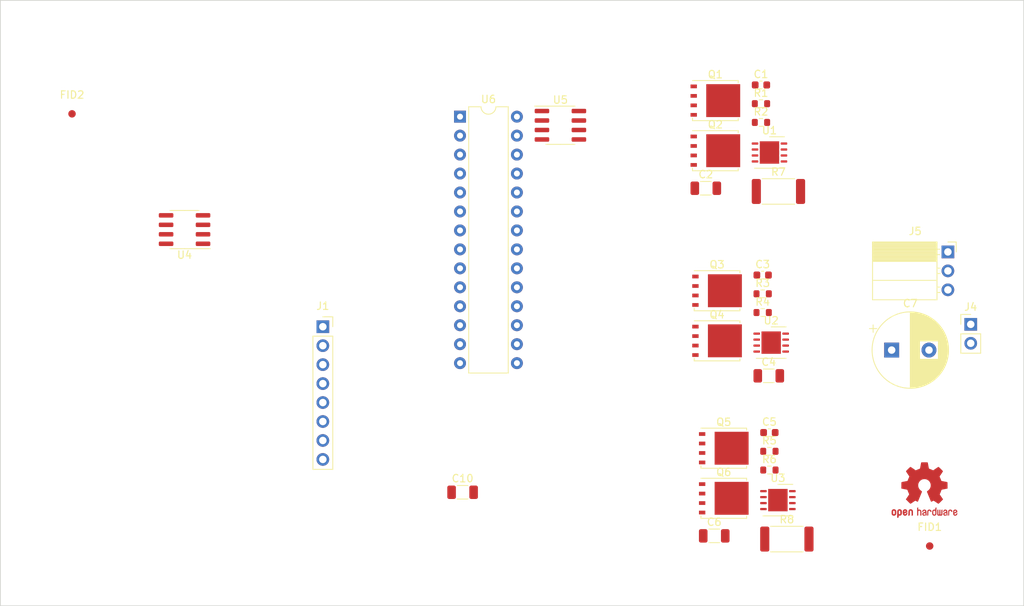
<source format=kicad_pcb>
(kicad_pcb (version 20221018) (generator pcbnew)
  (layers (0 "F.Cu" signal) (31 "B.Cu" signal) (34 "B.Paste" user) (35 "F.Paste" user) (36 "B.SilkS" user "B.Silkscreen") (37 "F.SilkS" user "F.Silkscreen") (38 "B.Mask" user) (39 "F.Mask" user) (44 "Edge.Cuts" user))
  (net 0 "")
  (net 1 "Net-(U1-HB)")
  (net 2 "Net-(Q2-D)")
  (net 3 "+10V")
  (net 4 "GND")
  (net 5 "Net-(U2-HB)")
  (net 6 "/phase_B")
  (net 7 "Net-(U3-HB)")
  (net 8 "Net-(Q6-D)")
  (net 9 "+BATT")
  (net 10 "+5V")
  (net 11 "/can_rx")
  (net 12 "/can_tx")
  (net 13 "/phase_A")
  (net 14 "/phase_C")
  (net 15 "/canh")
  (net 16 "/canl")
  (net 17 "Net-(Q1-G)")
  (net 18 "Net-(Q2-G)")
  (net 19 "Net-(Q3-G)")
  (net 20 "Net-(Q4-G)")
  (net 21 "Net-(Q5-G)")
  (net 22 "Net-(Q6-G)")
  (net 23 "Net-(U1-HO)")
  (net 24 "Net-(U1-LO)")
  (net 25 "Net-(U2-HO)")
  (net 26 "Net-(U2-LO)")
  (net 27 "Net-(U3-HO)")
  (net 28 "Net-(U3-LO)")
  (net 29 "/hi_A")
  (net 30 "/li_A")
  (net 31 "/hi_B")
  (net 32 "/li_B")
  (net 33 "/hi_C")
  (net 34 "/li_C")
  (net 37 "/uart_rx")
  (net 38 "/uart_tx")
  (net 39 "/tx")
  (net 40 "/rx")
  (footprint "Package_SON:WSON-8-1EP_4x4mm_P0.8mm_EP2.6x3mm" (layer "F.Cu") (at 188.065 83.15)
    (fp_text reference "U2" (at 0 -2.95) (layer "F.SilkS"))
    (fp_text value "LM5109BSD")
    (pad "1" smd roundrect (at -1.9375 -1.2) (size 0.875 0.3) (layers "F.Cu" "F.Paste" "F.Mask") (net 3 "+10V"))
    (pad "2" smd roundrect (at -1.9375 -0.4) (size 0.875 0.3) (layers "F.Cu" "F.Paste" "F.Mask") (net 31 "/hi_B"))
    (pad "3" smd roundrect (at -1.9375 0.4) (size 0.875 0.3) (layers "F.Cu" "F.Paste" "F.Mask") (net 32 "/li_B"))
    (pad "4" smd roundrect (at -1.9375 1.2) (size 0.875 0.3) (layers "F.Cu" "F.Paste" "F.Mask") (net 4 "GND"))
    (pad "5" smd roundrect (at 1.9375 1.2) (size 0.875 0.3) (layers "F.Cu" "F.Paste" "F.Mask") (net 26 "Net-(U2-LO)"))
    (pad "6" smd roundrect (at 1.9375 0.4) (size 0.875 0.3) (layers "F.Cu" "F.Paste" "F.Mask") (net 6 "/phase_B"))
    (pad "7" smd roundrect (at 1.9375 -0.4) (size 0.875 0.3) (layers "F.Cu" "F.Paste" "F.Mask") (net 25 "Net-(U2-HO)"))
    (pad "8" smd roundrect (at 1.9375 -1.2) (size 0.875 0.3) (layers "F.Cu" "F.Paste" "F.Mask") (net 5 "Net-(U2-HB)"))
    (pad "9" smd rect (at 0 0) (size 2.6 3) (layers "F.Cu" "F.Mask") (net 4 "GND"))
  )
  (footprint "Resistor_SMD:R_2512_6332Metric" (layer "F.Cu") (at 189.0375 62.9)
    (fp_text reference "R7" (at 0 -2.62) (layer "F.SilkS"))
    (fp_text value "0.001R")
    (pad "1" smd roundrect (at -2.9625 0) (size 1.225 3.35) (layers "F.Cu" "F.Paste" "F.Mask") (roundrect_rratio 0.204082) (net 2 "Net-(Q2-D)"))
    (pad "2" smd roundrect (at 2.9625 0) (size 1.225 3.35) (layers "F.Cu" "F.Paste" "F.Mask") (roundrect_rratio 0.204082) (net 13 "/phase_A"))
  )
  (footprint "Package_DIP:DIP-28_W7.62mm" (layer "F.Cu") (at 146.38 52.88)
    (fp_text reference "U6" (at 3.81 -2.33) (layer "F.SilkS"))
    (fp_text value "ATmega328P-P")
    (pad "1" thru_hole rect (at 0 0) (size 1.6 1.6) (drill 0.8) (layers "*.Cu" "*.Mask"))
    (pad "2" thru_hole oval (at 0 2.54) (size 1.6 1.6) (drill 0.8) (layers "*.Cu" "*.Mask") (net 11 "/can_rx"))
    (pad "3" thru_hole oval (at 0 5.08) (size 1.6 1.6) (drill 0.8) (layers "*.Cu" "*.Mask") (net 12 "/can_tx"))
    (pad "4" thru_hole oval (at 0 7.62) (size 1.6 1.6) (drill 0.8) (layers "*.Cu" "*.Mask") (net 37 "/uart_rx"))
    (pad "5" thru_hole oval (at 0 10.16) (size 1.6 1.6) (drill 0.8) (layers "*.Cu" "*.Mask") (net 38 "/uart_tx"))
    (pad "6" thru_hole oval (at 0 12.7) (size 1.6 1.6) (drill 0.8) (layers "*.Cu" "*.Mask"))
    (pad "7" thru_hole oval (at 0 15.24) (size 1.6 1.6) (drill 0.8) (layers "*.Cu" "*.Mask") (net 10 "+5V"))
    (pad "8" thru_hole oval (at 0 17.78) (size 1.6 1.6) (drill 0.8) (layers "*.Cu" "*.Mask") (net 4 "GND"))
    (pad "9" thru_hole oval (at 0 20.32) (size 1.6 1.6) (drill 0.8) (layers "*.Cu" "*.Mask"))
    (pad "10" thru_hole oval (at 0 22.86) (size 1.6 1.6) (drill 0.8) (layers "*.Cu" "*.Mask"))
    (pad "11" thru_hole oval (at 0 25.4) (size 1.6 1.6) (drill 0.8) (layers "*.Cu" "*.Mask"))
    (pad "12" thru_hole oval (at 0 27.94) (size 1.6 1.6) (drill 0.8) (layers "*.Cu" "*.Mask"))
    (pad "13" thru_hole oval (at 0 30.48) (size 1.6 1.6) (drill 0.8) (layers "*.Cu" "*.Mask"))
    (pad "14" thru_hole oval (at 0 33.02) (size 1.6 1.6) (drill 0.8) (layers "*.Cu" "*.Mask"))
    (pad "15" thru_hole oval (at 7.62 33.02) (size 1.6 1.6) (drill 0.8) (layers "*.Cu" "*.Mask"))
    (pad "16" thru_hole oval (at 7.62 30.48) (size 1.6 1.6) (drill 0.8) (layers "*.Cu" "*.Mask"))
    (pad "17" thru_hole oval (at 7.62 27.94) (size 1.6 1.6) (drill 0.8) (layers "*.Cu" "*.Mask"))
    (pad "18" thru_hole oval (at 7.62 25.4) (size 1.6 1.6) (drill 0.8) (layers "*.Cu" "*.Mask"))
    (pad "19" thru_hole oval (at 7.62 22.86) (size 1.6 1.6) (drill 0.8) (layers "*.Cu" "*.Mask"))
    (pad "20" thru_hole oval (at 7.62 20.32) (size 1.6 1.6) (drill 0.8) (layers "*.Cu" "*.Mask") (net 10 "+5V"))
    (pad "21" thru_hole oval (at 7.62 17.78) (size 1.6 1.6) (drill 0.8) (layers "*.Cu" "*.Mask"))
    (pad "22" thru_hole oval (at 7.62 15.24) (size 1.6 1.6) (drill 0.8) (layers "*.Cu" "*.Mask") (net 4 "GND"))
    (pad "23" thru_hole oval (at 7.62 12.7) (size 1.6 1.6) (drill 0.8) (layers "*.Cu" "*.Mask") (net 29 "/hi_A"))
    (pad "24" thru_hole oval (at 7.62 10.16) (size 1.6 1.6) (drill 0.8) (layers "*.Cu" "*.Mask") (net 30 "/li_A"))
    (pad "25" thru_hole oval (at 7.62 7.62) (size 1.6 1.6) (drill 0.8) (layers "*.Cu" "*.Mask") (net 31 "/hi_B"))
    (pad "26" thru_hole oval (at 7.62 5.08) (size 1.6 1.6) (drill 0.8) (layers "*.Cu" "*.Mask") (net 32 "/li_B"))
    (pad "27" thru_hole oval (at 7.62 2.54) (size 1.6 1.6) (drill 0.8) (layers "*.Cu" "*.Mask") (net 33 "/hi_C"))
    (pad "28" thru_hole oval (at 7.62 0) (size 1.6 1.6) (drill 0.8) (layers "*.Cu" "*.Mask") (net 34 "/li_C"))
  )
  (footprint "Symbol:OSHW-Logo2_9.8x8mm_Copper" (layer "F.Cu") (at 208.6 102.9)
    (fp_text reference "LOGO1" hide)
    (fp_text value "var1" hide)
    (fp_poly (pts (xy 3.570807 2.636782) (xy 3.594161 2.646988) (xy 3.649902 2.691134) (xy 3.697569 2.754967) (xy 3.727048 2.823087) (xy 3.731846 2.85667) (xy 3.71576 2.903556) (xy 3.680475 2.928365) (xy 3.642644 2.943387) (xy 3.625321 2.946155) (xy 3.616886 2.926066) (xy 3.60023 2.882351) (xy 3.592923 2.862598) (xy 3.551948 2.794271) (xy 3.492622 2.760191) (xy 3.416552 2.761239) (xy 3.410918 2.762581) (xy 3.370305 2.781836) (xy 3.340448 2.819375) (xy 3.320055 2.879809) (xy 3.307836 2.967751) (xy 3.3025 3.087813) (xy 3.302 3.151698) (xy 3.301752 3.252403) (xy 3.300126 3.321054) (xy 3.295801 3.364673) (xy 3.287454 3.390282) (xy 3.273765 3.404903) (xy 3.253411 3.415558) (xy 3.252234 3.416095) (xy 3.213038 3.432667) (xy 3.193619 3.438769) (xy 3.190635 3.420319) (xy 3.188081 3.369323) (xy 3.18614 3.292308) (xy 3.184997 3.195805) (xy 3.184769 3.125184) (xy 3.185932 2.988525) (xy 3.190479 2.884851) (xy 3.199999 2.808108) (xy 3.216081 2.752246) (xy 3.240313 2.711212) (xy 3.274286 2.678954) (xy 3.307833 2.65644) (xy 3.388499 2.626476) (xy 3.482381 2.619718) (xy 3.570807 2.636782)) (stroke (width 0.01)) (fill solid) (layer "F.Cu"))
    (fp_poly (pts (xy -1.728336 2.595089) (xy -1.665633 2.631358) (xy -1.622039 2.667358) (xy -1.590155 2.705075) (xy -1.56819 2.751199) (xy -1.554351 2.812421) (xy -1.546847 2.895431) (xy -1.543883 3.006919) (xy -1.543539 3.087062) (xy -1.543539 3.382065) (xy -1.709615 3.456515) (xy -1.719385 3.133402) (xy -1.723421 3.012729) (xy -1.727656 2.925141) (xy -1.732903 2.86465) (xy -1.739975 2.825268) (xy -1.749689 2.801007) (xy -1.762856 2.78588) (xy -1.767081 2.782606) (xy -1.831091 2.757034) (xy -1.895792 2.767153) (xy -1.934308 2.794) (xy -1.949975 2.813024) (xy -1.96082 2.837988) (xy -1.967712 2.875834) (xy -1.971521 2.933502) (xy -1.973117 3.017935) (xy -1.973385 3.105928) (xy -1.973437 3.216323) (xy -1.975328 3.294463) (xy -1.981655 3.347165) (xy -1.995017 3.381242) (xy -2.018015 3.403511) (xy -2.053246 3.420787) (xy -2.100303 3.438738) (xy -2.151697 3.458278) (xy -2.145579 3.111485) (xy -2.143116 2.986468) (xy -2.140233 2.894082) (xy -2.136102 2.827881) (xy -2.129893 2.78142) (xy -2.120774 2.748256) (xy -2.107917 2.721944) (xy -2.092416 2.698729) (xy -2.017629 2.624569) (xy -1.926372 2.581684) (xy -1.827117 2.571412) (xy -1.728336 2.595089)) (stroke (width 0.01)) (fill solid) (layer "F.Cu"))
    (fp_poly (pts (xy 0.713362 2.62467) (xy 0.802117 2.657421) (xy 0.874022 2.71535) (xy 0.902144 2.756128) (xy 0.932802 2.830954) (xy 0.932165 2.885058) (xy 0.899987 2.921446) (xy 0.888081 2.927633) (xy 0.836675 2.946925) (xy 0.810422 2.941982) (xy 0.80153 2.909587) (xy 0.801077 2.891692) (xy 0.784797 2.825859) (xy 0.742365 2.779807) (xy 0.683388 2.757564) (xy 0.617475 2.763161) (xy 0.563895 2.792229) (xy 0.545798 2.80881) (xy 0.532971 2.828925) (xy 0.524306 2.859332) (xy 0.518696 2.906788) (xy 0.515035 2.97805) (xy 0.512215 3.079875) (xy 0.511484 3.112115) (xy 0.50882 3.22241) (xy 0.505792 3.300036) (xy 0.50125 3.351396) (xy 0.494046 3.38289) (xy 0.483033 3.40092) (xy 0.46706 3.411888) (xy 0.456834 3.416733) (xy 0.413406 3.433301) (xy 0.387842 3.438769) (xy 0.379395 3.420507) (xy 0.374239 3.365296) (xy 0.372346 3.272499) (xy 0.373689 3.141478) (xy 0.374107 3.121269) (xy 0.377058 3.001733) (xy 0.380548 2.914449) (xy 0.385514 2.852591) (xy 0.392893 2.809336) (xy 0.403624 2.77786) (xy 0.418645 2.751339) (xy 0.426502 2.739975) (xy 0.471553 2.689692) (xy 0.52194 2.650581) (xy 0.528108 2.647167) (xy 0.618458 2.620212) (xy 0.713362 2.62467)) (stroke (width 0.01)) (fill solid) (layer "F.Cu"))
    (fp_poly (pts (xy -0.840154 2.49212) (xy -0.834428 2.57198) (xy -0.827851 2.619039) (xy -0.818738 2.639566) (xy -0.805402 2.639829) (xy -0.801077 2.637378) (xy -0.743556 2.619636) (xy -0.668732 2.620672) (xy -0.592661 2.63891) (xy -0.545082 2.662505) (xy -0.496298 2.700198) (xy -0.460636 2.742855) (xy -0.436155 2.797057) (xy -0.420913 2.869384) (xy -0.41297 2.966419) (xy -0.410384 3.094742) (xy -0.410338 3.119358) (xy -0.410308 3.39587) (xy -0.471839 3.41732) (xy -0.515541 3.431912) (xy -0.539518 3.438706) (xy -0.540223 3.438769) (xy -0.542585 3.420345) (xy -0.544594 3.369526) (xy -0.546099 3.292993) (xy -0.546947 3.19743) (xy -0.547077 3.139329) (xy -0.547349 3.024771) (xy -0.548748 2.942667) (xy -0.552151 2.886393) (xy -0.558433 2.849326) (xy -0.568471 2.824844) (xy -0.583139 2.806325) (xy -0.592298 2.797406) (xy -0.655211 2.761466) (xy -0.723864 2.758775) (xy -0.786152 2.78917) (xy -0.797671 2.800144) (xy -0.814567 2.820779) (xy -0.826286 2.845256) (xy -0.833767 2.880647) (xy -0.837946 2.934026) (xy -0.839763 3.012466) (xy -0.840154 3.120617) (xy -0.840154 3.39587) (xy -0.901685 3.41732) (xy -0.945387 3.431912) (xy -0.969364 3.438706) (xy -0.97007 3.438769) (xy -0.971874 3.420069) (xy -0.9735 3.367322) (xy -0.974883 3.285557) (xy -0.975958 3.179805) (xy -0.97666 3.055094) (xy -0.976923 2.916455) (xy -0.976923 2.381806) (xy -0.849923 2.328236) (xy -0.840154 2.49212)) (stroke (width 0.01)) (fill solid) (layer "F.Cu"))
    (fp_poly (pts (xy 2.395929 2.636662) (xy 2.398911 2.688068) (xy 2.401247 2.766192) (xy 2.402749 2.864857) (xy 2.403231 2.968343) (xy 2.403231 3.318533) (xy 2.341401 3.380363) (xy 2.298793 3.418462) (xy 2.26139 3.433895) (xy 2.21027 3.432918) (xy 2.189978 3.430433) (xy 2.126554 3.4232) (xy 2.074095 3.419055) (xy 2.061308 3.418672) (xy 2.018199 3.421176) (xy 1.956544 3.427462) (xy 1.932638 3.430433) (xy 1.873922 3.435028) (xy 1.834464 3.425046) (xy 1.795338 3.394228) (xy 1.781215 3.380363) (xy 1.719385 3.318533) (xy 1.719385 2.663503) (xy 1.76915 2.640829) (xy 1.812002 2.624034) (xy 1.837073 2.618154) (xy 1.843501 2.636736) (xy 1.849509 2.688655) (xy 1.854697 2.768172) (xy 1.858664 2.869546) (xy 1.860577 2.955192) (xy 1.865923 3.292231) (xy 1.91256 3.298825) (xy 1.954976 3.294214) (xy 1.97576 3.279287) (xy 1.98157 3.251377) (xy 1.98653 3.191925) (xy 1.990246 3.108466) (xy 1.992324 3.008532) (xy 1.992624 2.957104) (xy 1.992923 2.661054) (xy 2.054454 2.639604) (xy 2.098004 2.62502) (xy 2.121694 2.618219) (xy 2.122377 2.618154) (xy 2.124754 2.636642) (xy 2.127366 2.687906) (xy 2.129995 2.765649) (xy 2.132421 2.863574) (xy 2.134115 2.955192) (xy 2.139461 3.292231) (xy 2.256692 3.292231) (xy 2.262072 2.984746) (xy 2.267451 2.677261) (xy 2.324601 2.647707) (xy 2.366797 2.627413) (xy 2.39177 2.618204) (xy 2.392491 2.618154) (xy 2.395929 2.636662)) (stroke (width 0.01)) (fill solid) (layer "F.Cu"))
    (fp_poly (pts (xy -3.983114 2.587256) (xy -3.891536 2.635409) (xy -3.823951 2.712905) (xy -3.799943 2.762727) (xy -3.781262 2.837533) (xy -3.771699 2.932052) (xy -3.770792 3.03521) (xy -3.778079 3.135935) (xy -3.793097 3.223153) (xy -3.815385 3.285791) (xy -3.822235 3.296579) (xy -3.903368 3.377105) (xy -3.999734 3.425336) (xy -4.104299 3.43945) (xy -4.210032 3.417629) (xy -4.239457 3.404547) (xy -4.296759 3.364231) (xy -4.34705 3.310775) (xy -4.351803 3.303995) (xy -4.371122 3.271321) (xy -4.383892 3.236394) (xy -4.391436 3.190414) (xy -4.395076 3.124584) (xy -4.396135 3.030105) (xy -4.396154 3.008923) (xy -4.396106 3.002182) (xy -4.200769 3.002182) (xy -4.199632 3.091349) (xy -4.195159 3.15052) (xy -4.185754 3.188741) (xy -4.169824 3.215053) (xy -4.161692 3.223846) (xy -4.114942 3.257261) (xy -4.069553 3.255737) (xy -4.02366 3.226752) (xy -3.996288 3.195809) (xy -3.980077 3.150643) (xy -3.970974 3.07942) (xy -3.970349 3.071114) (xy -3.968796 2.942037) (xy -3.985035 2.846172) (xy -4.018848 2.784107) (xy -4.070016 2.756432) (xy -4.08828 2.754923) (xy -4.13624 2.762513) (xy -4.169047 2.788808) (xy -4.189105 2.839095) (xy -4.198822 2.918664) (xy -4.200769 3.002182) (xy -4.396106 3.002182) (xy -4.395426 2.908249) (xy -4.392371 2.837906) (xy -4.385678 2.789163) (xy -4.37404 2.753288) (xy -4.356147 2.721548) (xy -4.352192 2.715648) (xy -4.285733 2.636104) (xy -4.213315 2.589929) (xy -4.125151 2.571599) (xy -4.095213 2.570703) (xy -3.983114 2.587256)) (stroke (width 0.01)) (fill solid) (layer "F.Cu"))
    (fp_poly (pts (xy 4.245224 2.647838) (xy 4.322528 2.698361) (xy 4.359814 2.74359) (xy 4.389353 2.825663) (xy 4.391699 2.890607) (xy 4.386385 2.977445) (xy 4.186115 3.065103) (xy 4.088739 3.109887) (xy 4.025113 3.145913) (xy 3.992029 3.177117) (xy 3.98628 3.207436) (xy 4.004658 3.240805) (xy 4.024923 3.262923) (xy 4.083889 3.298393) (xy 4.148024 3.300879) (xy 4.206926 3.273235) (xy 4.250197 3.21832) (xy 4.257936 3.198928) (xy 4.295006 3.138364) (xy 4.337654 3.112552) (xy 4.396154 3.090471) (xy 4.396154 3.174184) (xy 4.390982 3.23115) (xy 4.370723 3.279189) (xy 4.328262 3.334346) (xy 4.321951 3.341514) (xy 4.27472 3.390585) (xy 4.234121 3.41692) (xy 4.183328 3.429035) (xy 4.14122 3.433003) (xy 4.065902 3.433991) (xy 4.012286 3.421466) (xy 3.978838 3.402869) (xy 3.926268 3.361975) (xy 3.889879 3.317748) (xy 3.86685 3.262126) (xy 3.854359 3.187047) (xy 3.849587 3.084449) (xy 3.849206 3.032376) (xy 3.850501 2.969948) (xy 3.968471 2.969948) (xy 3.969839 3.003438) (xy 3.973249 3.008923) (xy 3.995753 3.001472) (xy 4.044182 2.981753) (xy 4.108908 2.953718) (xy 4.122443 2.947692) (xy 4.204244 2.906096) (xy 4.249312 2.869538) (xy 4.259217 2.835296) (xy 4.235526 2.800648) (xy 4.21596 2.785339) (xy 4.14536 2.754721) (xy 4.07928 2.75978) (xy 4.023959 2.797151) (xy 3.985636 2.863473) (xy 3.973349 2.916116) (xy 3.968471 2.969948) (xy 3.850501 2.969948) (xy 3.85173 2.91072) (xy 3.861032 2.82071) (xy 3.87946 2.755167) (xy 3.90936 2.706912) (xy 3.95308 2.668767) (xy 3.972141 2.65644) (xy 4.058726 2.624336) (xy 4.153522 2.622316) (xy 4.245224 2.647838)) (stroke (width 0.01)) (fill solid) (layer "F.Cu"))
    (fp_poly (pts (xy 1.602081 2.780289) (xy 1.601833 2.92632) (xy 1.600872 3.038655) (xy 1.598794 3.122678) (xy 1.595193 3.183769) (xy 1.589665 3.227309) (xy 1.581804 3.258679) (xy 1.571207 3.283262) (xy 1.563182 3.297294) (xy 1.496728 3.373388) (xy 1.41247 3.421084) (xy 1.319249 3.438199) (xy 1.2259 3.422546) (xy 1.170312 3.394418) (xy 1.111957 3.34576) (xy 1.072186 3.286333) (xy 1.04819 3.208507) (xy 1.037161 3.104652) (xy 1.035599 3.028462) (xy 1.035809 3.022986) (xy 1.172308 3.022986) (xy 1.173141 3.110355) (xy 1.176961 3.168192) (xy 1.185746 3.206029) (xy 1.201474 3.233398) (xy 1.220266 3.254042) (xy 1.283375 3.29389) (xy 1.351137 3.297295) (xy 1.415179 3.264025) (xy 1.420164 3.259517) (xy 1.441439 3.236067) (xy 1.454779 3.208166) (xy 1.462001 3.166641) (xy 1.464923 3.102316) (xy 1.465385 3.0312) (xy 1.464383 2.941858) (xy 1.460238 2.882258) (xy 1.451236 2.843089) (xy 1.435667 2.81504) (xy 1.422902 2.800144) (xy 1.3636 2.762575) (xy 1.295301 2.758057) (xy 1.23011 2.786753) (xy 1.217528 2.797406) (xy 1.196111 2.821063) (xy 1.182744 2.849251) (xy 1.175566 2.891245) (xy 1.172719 2.956319) (xy 1.172308 3.022986) (xy 1.035809 3.022986) (xy 1.040322 2.905765) (xy 1.056362 2.813577) (xy 1.086528 2.744269) (xy 1.133629 2.690211) (xy 1.170312 2.662505) (xy 1.23699 2.632572) (xy 1.314272 2.618678) (xy 1.38611 2.622397) (xy 1.426308 2.6374) (xy 1.442082 2.64167) (xy 1.45255 2.62575) (xy 1.459856 2.583089) (xy 1.465385 2.518106) (xy 1.471437 2.445732) (xy 1.479844 2.402187) (xy 1.495141 2.377287) (xy 1.521864 2.360845) (xy 1.538654 2.353564) (xy 1.602154 2.326963) (xy 1.602081 2.780289)) (stroke (width 0.01)) (fill solid) (layer "F.Cu"))
    (fp_poly (pts (xy -2.465746 2.599745) (xy -2.388714 2.651567) (xy -2.329184 2.726412) (xy -2.293622 2.821654) (xy -2.286429 2.891756) (xy -2.287246 2.921009) (xy -2.294086 2.943407) (xy -2.312888 2.963474) (xy -2.349592 2.985733) (xy -2.410138 3.014709) (xy -2.500466 3.054927) (xy -2.500923 3.055129) (xy -2.584067 3.09321) (xy -2.652247 3.127025) (xy -2.698495 3.152933) (xy -2.715842 3.167295) (xy -2.715846 3.167411) (xy -2.700557 3.198685) (xy -2.664804 3.233157) (xy -2.623758 3.25799) (xy -2.602963 3.262923) (xy -2.54623 3.245862) (xy -2.497373 3.203133) (xy -2.473535 3.156155) (xy -2.450603 3.121522) (xy -2.405682 3.082081) (xy -2.352877 3.048009) (xy -2.30629 3.02948) (xy -2.296548 3.028462) (xy -2.285582 3.045215) (xy -2.284921 3.088039) (xy -2.29298 3.145781) (xy -2.308173 3.207289) (xy -2.328914 3.261409) (xy -2.329962 3.26351) (xy -2.392379 3.35066) (xy -2.473274 3.409939) (xy -2.565144 3.439034) (xy -2.660487 3.435634) (xy -2.751802 3.397428) (xy -2.755862 3.394741) (xy -2.827694 3.329642) (xy -2.874927 3.244705) (xy -2.901066 3.133021) (xy -2.904574 3.101643) (xy -2.910787 2.953536) (xy -2.903339 2.884468) (xy -2.715846 2.884468) (xy -2.71341 2.927552) (xy -2.700086 2.940126) (xy -2.666868 2.930719) (xy -2.614506 2.908483) (xy -2.555976 2.88061) (xy -2.554521 2.879872) (xy -2.504911 2.853777) (xy -2.485 2.836363) (xy -2.48991 2.818107) (xy -2.510584 2.79412) (xy -2.563181 2.759406) (xy -2.619823 2.756856) (xy -2.670631 2.782119) (xy -2.705724 2.830847) (xy -2.715846 2.884468) (xy -2.903339 2.884468) (xy -2.898008 2.835036) (xy -2.865222 2.741055) (xy -2.819579 2.675215) (xy -2.737198 2.608681) (xy -2.646454 2.575676) (xy -2.553815 2.573573) (xy -2.465746 2.599745)) (stroke (width 0.01)) (fill solid) (layer "F.Cu"))
    (fp_poly (pts (xy 0.053501 2.626303) (xy 0.13006 2.654733) (xy 0.130936 2.655279) (xy 0.178285 2.690127) (xy 0.213241 2.730852) (xy 0.237825 2.783925) (xy 0.254062 2.855814) (xy 0.263975 2.952992) (xy 0.269586 3.081928) (xy 0.270077 3.100298) (xy 0.277141 3.377287) (xy 0.217695 3.408028) (xy 0.174681 3.428802) (xy 0.14871 3.438646) (xy 0.147509 3.438769) (xy 0.143014 3.420606) (xy 0.139444 3.371612) (xy 0.137248 3.300031) (xy 0.136769 3.242068) (xy 0.136758 3.14817) (xy 0.132466 3.089203) (xy 0.117503 3.061079) (xy 0.085482 3.059706) (xy 0.030014 3.080998) (xy -0.053731 3.120136) (xy -0.115311 3.152643) (xy -0.146983 3.180845) (xy -0.156294 3.211582) (xy -0.156308 3.213104) (xy -0.140943 3.266054) (xy -0.095453 3.29466) (xy -0.025834 3.298803) (xy 0.024313 3.298084) (xy 0.050754 3.312527) (xy 0.067243 3.347218) (xy 0.076733 3.391416) (xy 0.063057 3.416493) (xy 0.057907 3.420082) (xy 0.009425 3.434496) (xy -0.058469 3.436537) (xy -0.128388 3.426983) (xy -0.177932 3.409522) (xy -0.24643 3.351364) (xy -0.285366 3.270408) (xy -0.293077 3.20716) (xy -0.287193 3.150111) (xy -0.265899 3.103542) (xy -0.223735 3.062181) (xy -0.155241 3.020755) (xy -0.054956 2.973993) (xy -0.048846 2.97135) (xy 0.04149 2.929617) (xy 0.097235 2.895391) (xy 0.121129 2.864635) (xy 0.115913 2.833311) (xy 0.084328 2.797383) (xy 0.074883 2.789116) (xy 0.011617 2.757058) (xy -0.053936 2.758407) (xy -0.111028 2.789838) (xy -0.148907 2.848024) (xy -0.152426 2.859446) (xy -0.1867 2.914837) (xy -0.230191 2.941518) (xy -0.293077 2.96796) (xy -0.293077 2.899548) (xy -0.273948 2.80011) (xy -0.217169 2.708902) (xy -0.187622 2.678389) (xy -0.120458 2.639228) (xy -0.035044 2.6215) (xy 0.053501 2.626303)) (stroke (width 0.01)) (fill solid) (layer "F.Cu"))
    (fp_poly (pts (xy -3.231114 2.584505) (xy -3.156461 2.621727) (xy -3.090569 2.690261) (xy -3.072423 2.715648) (xy -3.052655 2.748866) (xy -3.039828 2.784945) (xy -3.03249 2.833098) (xy -3.029187 2.902536) (xy -3.028462 2.994206) (xy -3.031737 3.11983) (xy -3.043123 3.214154) (xy -3.064959 3.284523) (xy -3.099581 3.338286) (xy -3.14933 3.382788) (xy -3.152986 3.385423) (xy -3.202015 3.412377) (xy -3.261055 3.425712) (xy -3.336141 3.429) (xy -3.458205 3.429) (xy -3.458256 3.547497) (xy -3.459392 3.613492) (xy -3.466314 3.652202) (xy -3.484402 3.675419) (xy -3.519038 3.694933) (xy -3.527355 3.69892) (xy -3.56628 3.717603) (xy -3.596417 3.729403) (xy -3.618826 3.730422) (xy -3.634567 3.716761) (xy -3.644698 3.684522) (xy -3.650277 3.629804) (xy -3.652365 3.548711) (xy -3.652019 3.437344) (xy -3.6503 3.291802) (xy -3.649763 3.248269) (xy -3.647828 3.098205) (xy -3.646096 3.000042) (xy -3.458308 3.000042) (xy -3.457252 3.083364) (xy -3.452562 3.13788) (xy -3.441949 3.173837) (xy -3.423128 3.201482) (xy -3.41035 3.214965) (xy -3.35811 3.254417) (xy -3.311858 3.257628) (xy -3.264133 3.225049) (xy -3.262923 3.223846) (xy -3.243506 3.198668) (xy -3.231693 3.164447) (xy -3.225735 3.111748) (xy -3.22388 3.031131) (xy -3.223846 3.013271) (xy -3.22833 2.902175) (xy -3.242926 2.825161) (xy -3.26935 2.778147) (xy -3.309317 2.75705) (xy -3.332416 2.754923) (xy -3.387238 2.7649) (xy -3.424842 2.797752) (xy -3.447477 2.857857) (xy -3.457394 2.949598) (xy -3.458308 3.000042) (xy -3.646096 3.000042) (xy -3.645778 2.98206) (xy -3.643127 2.894679) (xy -3.639394 2.830905) (xy -3.634093 2.785582) (xy -3.626742 2.753555) (xy -3.616857 2.729668) (xy -3.603954 2.708764) (xy -3.598421 2.700898) (xy -3.525031 2.626595) (xy -3.43224 2.584467) (xy -3.324904 2.572722) (xy -3.231114 2.584505)) (stroke (width 0.01)) (fill solid) (layer "F.Cu"))
    (fp_poly (pts (xy 2.887333 2.633528) (xy 2.94359 2.659117) (xy 2.987747 2.690124) (xy 3.020101 2.724795) (xy 3.042438 2.76952) (xy 3.056546 2.830692) (xy 3.064211 2.914701) (xy 3.06722 3.02794) (xy 3.067538 3.102509) (xy 3.067538 3.39342) (xy 3.017773 3.416095) (xy 2.978576 3.432667) (xy 2.959157 3.438769) (xy 2.955442 3.42061) (xy 2.952495 3.371648) (xy 2.950691 3.300153) (xy 2.950308 3.243385) (xy 2.948661 3.161371) (xy 2.944222 3.096309) (xy 2.93774 3.056467) (xy 2.93259 3.048) (xy 2.897977 3.056646) (xy 2.84364 3.078823) (xy 2.780722 3.108886) (xy 2.720368 3.141192) (xy 2.673721 3.170098) (xy 2.651926 3.189961) (xy 2.651839 3.190175) (xy 2.653714 3.226935) (xy 2.670525 3.262026) (xy 2.700039 3.290528) (xy 2.743116 3.300061) (xy 2.779932 3.29895) (xy 2.832074 3.298133) (xy 2.859444 3.310349) (xy 2.875882 3.342624) (xy 2.877955 3.34871) (xy 2.885081 3.394739) (xy 2.866024 3.422687) (xy 2.816353 3.436007) (xy 2.762697 3.43847) (xy 2.666142 3.42021) (xy 2.616159 3.394131) (xy 2.554429 3.332868) (xy 2.52169 3.25767) (xy 2.518753 3.178211) (xy 2.546424 3.104167) (xy 2.588047 3.057769) (xy 2.629604 3.031793) (xy 2.694922 2.998907) (xy 2.771038 2.965557) (xy 2.783726 2.960461) (xy 2.867333 2.923565) (xy 2.91553 2.891046) (xy 2.93103 2.858718) (xy 2.91655 2.822394) (xy 2.891692 2.794) (xy 2.832939 2.759039) (xy 2.768293 2.756417) (xy 2.709008 2.783358) (xy 2.666339 2.837088) (xy 2.660739 2.85095) (xy 2.628133 2.901936) (xy 2.58053 2.939787) (xy 2.520461 2.97085) (xy 2.520461 2.882768) (xy 2.523997 2.828951) (xy 2.539156 2.786534) (xy 2.572768 2.741279) (xy 2.605035 2.70642) (xy 2.655209 2.657062) (xy 2.694193 2.630547) (xy 2.736064 2.619911) (xy 2.78346 2.618154) (xy 2.887333 2.633528)) (stroke (width 0.01)) (fill solid) (layer "F.Cu"))
    (fp_poly (pts (xy 0.139878 -3.712224) (xy 0.245612 -3.711645) (xy 0.322132 -3.710078) (xy 0.374372 -3.707028) (xy 0.407263 -3.702004) (xy 0.425737 -3.694511) (xy 0.434727 -3.684056) (xy 0.439163 -3.670147) (xy 0.439594 -3.668346) (xy 0.446333 -3.635855) (xy 0.458808 -3.571748) (xy 0.475719 -3.482849) (xy 0.495771 -3.375981) (xy 0.517664 -3.257967) (xy 0.518429 -3.253822) (xy 0.540359 -3.138169) (xy 0.560877 -3.035986) (xy 0.578659 -2.953402) (xy 0.592381 -2.896544) (xy 0.600718 -2.871542) (xy 0.601116 -2.871099) (xy 0.625677 -2.85889) (xy 0.676315 -2.838544) (xy 0.742095 -2.814455) (xy 0.742461 -2.814326) (xy 0.825317 -2.783182) (xy 0.923 -2.743509) (xy 1.015077 -2.703619) (xy 1.019434 -2.701647) (xy 1.169407 -2.63358) (xy 1.501498 -2.860361) (xy 1.603374 -2.929496) (xy 1.695657 -2.991303) (xy 1.773003 -3.042267) (xy 1.830064 -3.078873) (xy 1.861495 -3.097606) (xy 1.864479 -3.098996) (xy 1.887321 -3.09281) (xy 1.929982 -3.062965) (xy 1.994128 -3.008053) (xy 2.081421 -2.926666) (xy 2.170535 -2.840078) (xy 2.256441 -2.754753) (xy 2.333327 -2.676892) (xy 2.396564 -2.611303) (xy 2.441523 -2.562795) (xy 2.463576 -2.536175) (xy 2.464396 -2.534805) (xy 2.466834 -2.516537) (xy 2.45765 -2.486705) (xy 2.434574 -2.441279) (xy 2.395337 -2.37623) (xy 2.33767 -2.28753) (xy 2.260795 -2.173343) (xy 2.19257 -2.072838) (xy 2.131582 -1.982697) (xy 2.081356 -1.908151) (xy 2.045416 -1.854435) (xy 2.027287 -1.826782) (xy 2.026146 -1.824905) (xy 2.028359 -1.79841) (xy 2.045138 -1.746914) (xy 2.073142 -1.680149) (xy 2.083122 -1.658828) (xy 2.126672 -1.563841) (xy 2.173134 -1.456063) (xy 2.210877 -1.362808) (xy 2.238073 -1.293594) (xy 2.259675 -1.240994) (xy 2.272158 -1.213503) (xy 2.273709 -1.211384) (xy 2.296668 -1.207876) (xy 2.350786 -1.198262) (xy 2.428868 -1.183911) (xy 2.523719 -1.166193) (xy 2.628143 -1.146475) (xy 2.734944 -1.126126) (xy 2.836926 -1.106514) (xy 2.926894 -1.089009) (xy 2.997653 -1.074978) (xy 3.042006 -1.065791) (xy 3.052885 -1.063193) (xy 3.064122 -1.056782) (xy 3.072605 -1.042303) (xy 3.078714 -1.014867) (xy 3.082832 -0.969589) (xy 3.085341 -0.90158) (xy 3.086621 -0.805953) (xy 3.087054 -0.67782) (xy 3.087077 -0.625299) (xy 3.087077 -0.198155) (xy 2.9845 -0.177909) (xy 2.927431 -0.16693) (xy 2.842269 -0.150905) (xy 2.739372 -0.131767) (xy 2.629096 -0.111449) (xy 2.598615 -0.105868) (xy 2.496855 -0.086083) (xy 2.408205 -0.066627) (xy 2.340108 -0.049303) (xy 2.300004 -0.035912) (xy 2.293323 -0.031921) (xy 2.276919 -0.003658) (xy 2.253399 0.051109) (xy 2.227316 0.121588) (xy 2.222142 0.136769) (xy 2.187956 0.230896) (xy 2.145523 0.337101) (xy 2.103997 0.432473) (xy 2.103792 0.432916) (xy 2.03464 0.582525) (xy 2.489512 1.251617) (xy 2.1975 1.544116) (xy 2.10918 1.63117) (xy 2.028625 1.707909) (xy 1.96036 1.770237) (xy 1.908908 1.814056) (xy 1.878794 1.83527) (xy 1.874474 1.836616) (xy 1.849111 1.826016) (xy 1.797358 1.796547) (xy 1.724868 1.751705) (xy 1.637294 1.694984) (xy 1.542612 1.631462) (xy 1.446516 1.566668) (xy 1.360837 1.510287) (xy 1.291016 1.465788) (xy 1.242494 1.436639) (xy 1.220782 1.426308) (xy 1.194293 1.43505) (xy 1.144062 1.458087) (xy 1.080451 1.490631) (xy 1.073708 1.494249) (xy 0.988046 1.53721) (xy 0.929306 1.558279) (xy 0.892772 1.558503) (xy 0.873731 1.538928) (xy 0.87362 1.538654) (xy 0.864102 1.515472) (xy 0.841403 1.460441) (xy 0.807282 1.377822) (xy 0.7635 1.271872) (xy 0.711816 1.146852) (xy 0.653992 1.00702) (xy 0.597991 0.871637) (xy 0.536447 0.722234) (xy 0.479939 0.583832) (xy 0.430161 0.460673) (xy 0.388806 0.357002) (xy 0.357568 0.277059) (xy 0.338141 0.225088) (xy 0.332154 0.205692) (xy 0.347168 0.183443) (xy 0.386439 0.147982) (xy 0.438807 0.108887) (xy 0.587941 -0.014755) (xy 0.704511 -0.156478) (xy 0.787118 -0.313296) (xy 0.834366 -0.482225) (xy 0.844857 -0.660278) (xy 0.837231 -0.742461) (xy 0.795682 -0.912969) (xy 0.724123 -1.063541) (xy 0.626995 -1.192691) (xy 0.508734 -1.298936) (xy 0.37378 -1.38079) (xy 0.226571 -1.436768) (xy 0.071544 -1.465385) (xy -0.086861 -1.465156) (xy -0.244206 -1.434595) (xy -0.396054 -1.372218) (xy -0.537965 -1.27654) (xy -0.597197 -1.222428) (xy -0.710797 -1.08348) (xy -0.789894 -0.931639) (xy -0.835014 -0.771333) (xy -0.846684 -0.606988) (xy -0.825431 -0.443029) (xy -0.77178 -0.283882) (xy -0.68626 -0.133975) (xy -0.569395 0.002267) (xy -0.438807 0.108887) (xy -0.384412 0.149642) (xy -0.345986 0.184718) (xy -0.332154 0.205726) (xy -0.339397 0.228635) (xy -0.359995 0.283365) (xy -0.392254 0.365672) (xy -0.434479 0.471315) (xy -0.484977 0.59605) (xy -0.542052 0.735636) (xy -0.598146 0.87167) (xy -0.660033 1.021201) (xy -0.717356 1.159767) (xy -0.768356 1.283107) (xy -0.811273 1.386964) (xy -0.844347 1.46708) (xy -0.865819 1.519195) (xy -0.873775 1.538654) (xy -0.892571 1.558423) (xy -0.928926 1.558365) (xy -0.987521 1.537441) (xy -1.073032 1.494613) (xy -1.073708 1.494249) (xy -1.138093 1.461012) (xy -1.190139 1.436802) (xy -1.219488 1.426404) (xy -1.220783 1.426308) (xy -1.242876 1.436855) (xy -1.291652 1.466184) (xy -1.361669 1.510827) (xy -1.447486 1.567314) (xy -1.542612 1.631462) (xy -1.63946 1.696411) (xy -1.726747 1.752896) (xy -1.798819 1.797421) (xy -1.850023 1.82649) (xy -1.874474 1.836616) (xy -1.89699 1.823307) (xy -1.942258 1.786112) (xy -2.005756 1.729128) (xy -2.082961 1.656449) (xy -2.169349 1.572171) (xy -2.197601 1.544016) (xy -2.489713 1.251416) (xy -2.267369 0.925104) (xy -2.199798 0.824897) (xy -2.140493 0.734963) (xy -2.092783 0.66051) (xy -2.059993 0.606751) (xy -2.045452 0.578894) (xy -2.045026 0.576912) (xy -2.052692 0.550655) (xy -2.073311 0.497837) (xy -2.103315 0.42731) (xy -2.124375 0.380093) (xy -2.163752 0.289694) (xy -2.200835 0.198366) (xy -2.229585 0.1212) (xy -2.237395 0.097692) (xy -2.259583 0.034916) (xy -2.281273 -0.013589) (xy -2.293187 -0.031921) (xy -2.319477 -0.043141) (xy -2.376858 -0.059046) (xy -2.457882 -0.077833) (xy -2.555105 -0.097701) (xy -2.598615 -0.105868) (xy -2.709104 -0.126171) (xy -2.815084 -0.14583) (xy -2.906199 -0.162912) (xy -2.972092 -0.175482) (xy -2.9845 -0.177909) (xy -3.087077 -0.198155) (xy -3.087077 -0.625299) (xy -3.086847 -0.765754) (xy -3.085901 -0.872021) (xy -3.083859 -0.948987) (xy -3.080338 -1.00154) (xy -3.074957 -1.034567) (xy -3.067334 -1.052955) (xy -3.057088 -1.061592) (xy -3.052885 -1.063193) (xy -3.02753 -1.068873) (xy -2.971516 -1.080205) (xy -2.892036 -1.095821) (xy -2.796288 -1.114353) (xy -2.691467 -1.134431) (xy -2.584768 -1.154688) (xy -2.483387 -1.173754) (xy -2.394521 -1.190261) (xy -2.325363 -1.202841) (xy -2.283111 -1.210125) (xy -2.27371 -1.211384) (xy -2.265193 -1.228237) (xy -2.24634 -1.27313) (xy -2.220676 -1.33757) (xy -2.210877 -1.362808) (xy -2.171352 -1.460314) (xy -2.124808 -1.568041) (xy -2.083123 -1.658828) (xy -2.05245 -1.728247) (xy -2.032044 -1.78529) (xy -2.025232 -1.820223) (xy -2.026318 -1.824905) (xy -2.040715 -1.847009) (xy -2.073588 -1.896169) (xy -2.12141 -1.967152) (xy -2.180652 -2.054722) (xy -2.247785 -2.153643) (xy -2.261059 -2.17317) (xy -2.338954 -2.28886) (xy -2.396213 -2.376956) (xy -2.435119 -2.441514) (xy -2.457956 -2.486589) (xy -2.467006 -2.516237) (xy -2.464552 -2.534515) (xy -2.464489 -2.534631) (xy -2.445173 -2.558639) (xy -2.402449 -2.605053) (xy -2.340949 -2.669063) (xy -2.265302 -2.745855) (xy -2.180139 -2.830618) (xy -2.170535 -2.840078) (xy -2.06321 -2.944011) (xy -1.980385 -3.020325) (xy -1.920395 -3.070429) (xy -1.881577 -3.09573) (xy -1.86448 -3.098996) (xy -1.839527 -3.08475) (xy -1.787745 -3.051844) (xy -1.71448 -3.003792) (xy -1.62508 -2.94411) (xy -1.524889 -2.876312) (xy -1.501499 -2.860361) (xy -1.169407 -2.63358) (xy -1.019435 -2.701647) (xy -0.92823 -2.741315) (xy -0.830331 -2.781209) (xy -0.746169 -2.813017) (xy -0.742462 -2.814326) (xy -0.676631 -2.838424) (xy -0.625884 -2.8588) (xy -0.601158 -2.871064) (xy -0.601116 -2.871099) (xy -0.593271 -2.893266) (xy -0.579934 -2.947783) (xy -0.56243 -3.02852) (xy -0.542083 -3.12935) (xy -0.520218 -3.244144) (xy -0.518429 -3.253822) (xy -0.496496 -3.372096) (xy -0.47636 -3.479458) (xy -0.45932 -3.569083) (xy -0.446672 -3.634149) (xy -0.439716 -3.667832) (xy -0.439594 -3.668346) (xy -0.435361 -3.682675) (xy -0.427129 -3.693493) (xy -0.409967 -3.701294) (xy -0.378942 -3.706571) (xy -0.329122 -3.709818) (xy -0.255576 -3.711528) (xy -0.153371 -3.712193) (xy -0.017575 -3.712307) (xy 0 -3.712308) (xy 0.139878 -3.712224)) (stroke (width 0.01)) (fill solid) (layer "F.Cu"))
  )
  (footprint "Resistor_SMD:R_0603_1608Metric" (layer "F.Cu") (at 187.825 97.71)
    (fp_text reference "R5" (at 0 -1.43) (layer "F.SilkS"))
    (fp_text value "33R")
    (pad "1" smd roundrect (at -0.825 0) (size 0.8 0.95) (layers "F.Cu" "F.Paste" "F.Mask") (net 27 "Net-(U3-HO)"))
    (pad "2" smd roundrect (at 0.825 0) (size 0.8 0.95) (layers "F.Cu" "F.Paste" "F.Mask") (net 21 "Net-(Q5-G)"))
  )
  (footprint "Connector_PinSocket_2.54mm:PinSocket_1x08_P2.54mm_Vertical" (layer "F.Cu") (at 128 81.02)
    (fp_text reference "J1" (at 0 -2.77) (layer "F.SilkS"))
    (fp_text value "Conn_01x08_Pin")
    (pad "1" thru_hole rect (at 0 0) (size 1.7 1.7) (drill 1) (layers "*.Cu" "*.Mask") (net 3 "+10V"))
    (pad "2" thru_hole oval (at 0 2.54) (size 1.7 1.7) (drill 1) (layers "*.Cu" "*.Mask") (net 10 "+5V"))
    (pad "3" thru_hole oval (at 0 5.08) (size 1.7 1.7) (drill 1) (layers "*.Cu" "*.Mask") (net 15 "/canh"))
    (pad "4" thru_hole oval (at 0 7.62) (size 1.7 1.7) (drill 1) (layers "*.Cu" "*.Mask") (net 16 "/canl"))
    (pad "5" thru_hole oval (at 0 10.16) (size 1.7 1.7) (drill 1) (layers "*.Cu" "*.Mask") (net 40 "/rx"))
    (pad "6" thru_hole oval (at 0 12.7) (size 1.7 1.7) (drill 1) (layers "*.Cu" "*.Mask") (net 39 "/tx"))
    (pad "7" thru_hole oval (at 0 15.24) (size 1.7 1.7) (drill 1) (layers "*.Cu" "*.Mask"))
    (pad "8" thru_hole oval (at 0 17.78) (size 1.7 1.7) (drill 1) (layers "*.Cu" "*.Mask") (net 4 "GND"))
  )
  (footprint "Package_TO_SOT_SMD:TDSON-8-1" (layer "F.Cu") (at 180.5875 57.44)
    (fp_text reference "Q2" (at 0 -3.5) (layer "F.SilkS"))
    (fp_text value "BSC026N08")
    (pad "1" smd rect (at -2.9 -1.905) (size 0.85 0.5) (layers "F.Cu" "F.Paste" "F.Mask") (net 4 "GND"))
    (pad "2" smd rect (at -2.9 -0.635) (size 0.85 0.5) (layers "F.Cu" "F.Paste" "F.Mask") (net 4 "GND"))
    (pad "3" smd rect (at -2.9 0.635) (size 0.85 0.5) (layers "F.Cu" "F.Paste" "F.Mask") (net 4 "GND"))
    (pad "4" smd rect (at -2.9 1.905) (size 0.85 0.5) (layers "F.Cu" "F.Paste" "F.Mask") (net 18 "Net-(Q2-G)"))
    (pad "5" smd rect (at 1.05 0) (size 4.55 4.41) (layers "F.Cu") (net 2 "Net-(Q2-D)"))
  )
  (footprint "Capacitor_SMD:C_1206_3216Metric" (layer "F.Cu") (at 179.3075 62.47)
    (fp_text reference "C2" (at 0 -1.85) (layer "F.SilkS"))
    (fp_text value "1u")
    (pad "1" smd roundrect (at -1.475 0) (size 1.15 1.8) (layers "F.Cu" "F.Paste" "F.Mask") (roundrect_rratio 0.217391) (net 3 "+10V"))
    (pad "2" smd roundrect (at 1.475 0) (size 1.15 1.8) (layers "F.Cu" "F.Paste" "F.Mask") (roundrect_rratio 0.217391) (net 4 "GND"))
  )
  (footprint "Fiducial:Fiducial_1mm_Mask3mm" (layer "F.Cu") (at 94.4 52.5)
    (fp_text reference "FID2" (at 0 -2.54) (layer "F.SilkS"))
    (fp_text value "Fiducial")
    (pad "" smd circle (at 0 0) (size 1 1) (layers "F.Cu" "F.Mask") (clearance 1))
  )
  (footprint "Package_TO_SOT_SMD:TDSON-8-1" (layer "F.Cu") (at 180.815 82.91)
    (fp_text reference "Q4" (at 0 -3.5) (layer "F.SilkS"))
    (fp_text value "BSC026N08")
    (pad "1" smd rect (at -2.9 -1.905) (size 0.85 0.5) (layers "F.Cu" "F.Paste" "F.Mask") (net 4 "GND"))
    (pad "2" smd rect (at -2.9 -0.635) (size 0.85 0.5) (layers "F.Cu" "F.Paste" "F.Mask") (net 4 "GND"))
    (pad "3" smd rect (at -2.9 0.635) (size 0.85 0.5) (layers "F.Cu" "F.Paste" "F.Mask") (net 4 "GND"))
    (pad "4" smd rect (at -2.9 1.905) (size 0.85 0.5) (layers "F.Cu" "F.Paste" "F.Mask") (net 20 "Net-(Q4-G)"))
    (pad "5" smd rect (at 1.05 0) (size 4.55 4.41) (layers "F.Cu") (net 6 "/phase_B"))
  )
  (footprint "Package_TO_SOT_SMD:TDSON-8-1" (layer "F.Cu") (at 181.715 104.01)
    (fp_text reference "Q6" (at 0 -3.5) (layer "F.SilkS"))
    (fp_text value "BSC026N08")
    (pad "1" smd rect (at -2.9 -1.905) (size 0.85 0.5) (layers "F.Cu" "F.Paste" "F.Mask") (net 4 "GND"))
    (pad "2" smd rect (at -2.9 -0.635) (size 0.85 0.5) (layers "F.Cu" "F.Paste" "F.Mask") (net 4 "GND"))
    (pad "3" smd rect (at -2.9 0.635) (size 0.85 0.5) (layers "F.Cu" "F.Paste" "F.Mask") (net 4 "GND"))
    (pad "4" smd rect (at -2.9 1.905) (size 0.85 0.5) (layers "F.Cu" "F.Paste" "F.Mask") (net 22 "Net-(Q6-G)"))
    (pad "5" smd rect (at 1.05 0) (size 4.55 4.41) (layers "F.Cu") (net 8 "Net-(Q6-D)"))
  )
  (footprint "Resistor_SMD:R_0603_1608Metric" (layer "F.Cu") (at 186.6975 53.65)
    (fp_text reference "R2" (at 0 -1.43) (layer "F.SilkS"))
    (fp_text value "33R")
    (pad "1" smd roundrect (at -0.825 0) (size 0.8 0.95) (layers "F.Cu" "F.Paste" "F.Mask") (net 24 "Net-(U1-LO)"))
    (pad "2" smd roundrect (at 0.825 0) (size 0.8 0.95) (layers "F.Cu" "F.Paste" "F.Mask") (net 18 "Net-(Q2-G)"))
  )
  (footprint "Capacitor_SMD:C_1206_3216Metric" (layer "F.Cu") (at 180.435 109.04)
    (fp_text reference "C6" (at 0 -1.85) (layer "F.SilkS"))
    (fp_text value "1u")
    (pad "1" smd roundrect (at -1.475 0) (size 1.15 1.8) (layers "F.Cu" "F.Paste" "F.Mask") (roundrect_rratio 0.217391) (net 3 "+10V"))
    (pad "2" smd roundrect (at 1.475 0) (size 1.15 1.8) (layers "F.Cu" "F.Paste" "F.Mask") (roundrect_rratio 0.217391) (net 4 "GND"))
  )
  (footprint "Connector_PinSocket_2.54mm:PinSocket_1x03_P2.54mm_Horizontal" (layer "F.Cu") (at 211.74 71)
    (fp_text reference "J5" (at -4.38 -2.77) (layer "F.SilkS"))
    (fp_text value "Conn_01x03_Socket")
    (pad "1" thru_hole rect (at 0 0) (size 1.7 1.7) (drill 1) (layers "*.Cu" "*.Mask") (net 13 "/phase_A"))
    (pad "2" thru_hole oval (at 0 2.54) (size 1.7 1.7) (drill 1) (layers "*.Cu" "*.Mask") (net 6 "/phase_B"))
    (pad "3" thru_hole oval (at 0 5.08) (size 1.7 1.7) (drill 1) (layers "*.Cu" "*.Mask") (net 14 "/phase_C"))
  )
  (footprint "Package_SO:SOIC-8_3.9x4.9mm_P1.27mm" (layer "F.Cu") (at 109.475 68.005 180)
    (fp_text reference "U4" (at 0 -3.4) (layer "F.SilkS"))
    (fp_text value "SN65HVD1050D")
    (pad "1" smd roundrect (at -2.475 -1.905 180) (size 1.95 0.6) (layers "F.Cu" "F.Paste" "F.Mask") (net 12 "/can_tx"))
    (pad "2" smd roundrect (at -2.475 -0.635 180) (size 1.95 0.6) (layers "F.Cu" "F.Paste" "F.Mask") (net 4 "GND"))
    (pad "3" smd roundrect (at -2.475 0.635 180) (size 1.95 0.6) (layers "F.Cu" "F.Paste" "F.Mask") (net 10 "+5V"))
    (pad "4" smd roundrect (at -2.475 1.905 180) (size 1.95 0.6) (layers "F.Cu" "F.Paste" "F.Mask") (net 11 "/can_rx"))
    (pad "5" smd roundrect (at 2.475 1.905 180) (size 1.95 0.6) (layers "F.Cu" "F.Paste" "F.Mask"))
    (pad "6" smd roundrect (at 2.475 0.635 180) (size 1.95 0.6) (layers "F.Cu" "F.Paste" "F.Mask") (net 16 "/canl"))
    (pad "7" smd roundrect (at 2.475 -0.635 180) (size 1.95 0.6) (layers "F.Cu" "F.Paste" "F.Mask") (net 15 "/canh"))
    (pad "8" smd roundrect (at 2.475 -1.905 180) (size 1.95 0.6) (layers "F.Cu" "F.Paste" "F.Mask"))
  )
  (footprint "Package_TO_SOT_SMD:TDSON-8-1" (layer "F.Cu") (at 180.5875 50.73)
    (fp_text reference "Q1" (at 0 -3.5) (layer "F.SilkS"))
    (fp_text value "BSC026N08")
    (pad "1" smd rect (at -2.9 -1.905) (size 0.85 0.5) (layers "F.Cu" "F.Paste" "F.Mask") (net 2 "Net-(Q2-D)"))
    (pad "2" smd rect (at -2.9 -0.635) (size 0.85 0.5) (layers "F.Cu" "F.Paste" "F.Mask") (net 2 "Net-(Q2-D)"))
    (pad "3" smd rect (at -2.9 0.635) (size 0.85 0.5) (layers "F.Cu" "F.Paste" "F.Mask") (net 2 "Net-(Q2-D)"))
    (pad "4" smd rect (at -2.9 1.905) (size 0.85 0.5) (layers "F.Cu" "F.Paste" "F.Mask") (net 17 "Net-(Q1-G)"))
    (pad "5" smd rect (at 1.05 0) (size 4.55 4.41) (layers "F.Cu") (net 9 "+BATT"))
  )
  (footprint "Package_SO:SOIC-8_3.9x4.9mm_P1.27mm" (layer "F.Cu") (at 159.83 54.03)
    (fp_text reference "U5" (at 0 -3.4) (layer "F.SilkS"))
    (fp_text value "ADuM121N")
    (pad "1" smd roundrect (at -2.475 -1.905) (size 1.95 0.6) (layers "F.Cu" "F.Paste" "F.Mask") (net 10 "+5V"))
    (pad "2" smd roundrect (at -2.475 -0.635) (size 1.95 0.6) (layers "F.Cu" "F.Paste" "F.Mask") (net 37 "/uart_rx"))
    (pad "3" smd roundrect (at -2.475 0.635) (size 1.95 0.6) (layers "F.Cu" "F.Paste" "F.Mask") (net 38 "/uart_tx"))
    (pad "4" smd roundrect (at -2.475 1.905) (size 1.95 0.6) (layers "F.Cu" "F.Paste" "F.Mask") (net 4 "GND"))
    (pad "5" smd roundrect (at 2.475 1.905) (size 1.95 0.6) (layers "F.Cu" "F.Paste" "F.Mask") (net 4 "GND"))
    (pad "6" smd roundrect (at 2.475 0.635) (size 1.95 0.6) (layers "F.Cu" "F.Paste" "F.Mask") (net 39 "/tx"))
    (pad "7" smd roundrect (at 2.475 -0.635) (size 1.95 0.6) (layers "F.Cu" "F.Paste" "F.Mask") (net 40 "/rx"))
    (pad "8" smd roundrect (at 2.475 -1.905) (size 1.95 0.6) (layers "F.Cu" "F.Paste" "F.Mask") (net 10 "+5V"))
  )
  (footprint "Capacitor_SMD:C_0603_1608Metric" (layer "F.Cu") (at 186.925 74.1)
    (fp_text reference "C3" (at 0 -1.43) (layer "F.SilkS"))
    (fp_text value "100n")
    (pad "1" smd roundrect (at -0.775 0) (size 0.9 0.95) (layers "F.Cu" "F.Paste" "F.Mask") (net 5 "Net-(U2-HB)"))
    (pad "2" smd roundrect (at 0.775 0) (size 0.9 0.95) (layers "F.Cu" "F.Paste" "F.Mask") (net 6 "/phase_B"))
  )
  (footprint "Capacitor_SMD:C_1206_3216Metric" (layer "F.Cu") (at 146.725 103.2)
    (fp_text reference "C10" (at 0 -1.85) (layer "F.SilkS"))
    (fp_text value "2u2")
    (pad "1" smd roundrect (at -1.475 0) (size 1.15 1.8) (layers "F.Cu" "F.Paste" "F.Mask") (roundrect_rratio 0.217391) (net 10 "+5V"))
    (pad "2" smd roundrect (at 1.475 0) (size 1.15 1.8) (layers "F.Cu" "F.Paste" "F.Mask") (roundrect_rratio 0.217391) (net 4 "GND"))
  )
  (footprint "Resistor_SMD:R_0603_1608Metric" (layer "F.Cu") (at 186.925 79.12)
    (fp_text reference "R4" (at 0 -1.43) (layer "F.SilkS"))
    (fp_text value "33R")
    (pad "1" smd roundrect (at -0.825 0) (size 0.8 0.95) (layers "F.Cu" "F.Paste" "F.Mask") (net 26 "Net-(U2-LO)"))
    (pad "2" smd roundrect (at 0.825 0) (size 0.8 0.95) (layers "F.Cu" "F.Paste" "F.Mask") (net 20 "Net-(Q4-G)"))
  )
  (footprint "Capacitor_SMD:C_1206_3216Metric" (layer "F.Cu") (at 187.745 87.6)
    (fp_text reference "C4" (at 0 -1.85) (layer "F.SilkS"))
    (fp_text value "1u")
    (pad "1" smd roundrect (at -1.475 0) (size 1.15 1.8) (layers "F.Cu" "F.Paste" "F.Mask") (roundrect_rratio 0.217391) (net 3 "+10V"))
    (pad "2" smd roundrect (at 1.475 0) (size 1.15 1.8) (layers "F.Cu" "F.Paste" "F.Mask") (roundrect_rratio 0.217391) (net 4 "GND"))
  )
  (footprint "Fiducial:Fiducial_1mm_Mask3mm" (layer "F.Cu") (at 209.3 110.4)
    (fp_text reference "FID1" (at 0 -2.54) (layer "F.SilkS"))
    (fp_text value "Fiducial")
    (pad "" smd circle (at 0 0) (size 1 1) (layers "F.Cu" "F.Mask") (clearance 1))
  )
  (footprint "Capacitor_SMD:C_0603_1608Metric" (layer "F.Cu") (at 186.6975 48.63)
    (fp_text reference "C1" (at 0 -1.43) (layer "F.SilkS"))
    (fp_text value "100n")
    (pad "1" smd roundrect (at -0.775 0) (size 0.9 0.95) (layers "F.Cu" "F.Paste" "F.Mask") (net 1 "Net-(U1-HB)"))
    (pad "2" smd roundrect (at 0.775 0) (size 0.9 0.95) (layers "F.Cu" "F.Paste" "F.Mask") (net 2 "Net-(Q2-D)"))
  )
  (footprint "Resistor_SMD:R_0603_1608Metric" (layer "F.Cu") (at 186.6975 51.14)
    (fp_text reference "R1" (at 0 -1.43) (layer "F.SilkS"))
    (fp_text value "33R")
    (pad "1" smd roundrect (at -0.825 0) (size 0.8 0.95) (layers "F.Cu" "F.Paste" "F.Mask") (net 23 "Net-(U1-HO)"))
    (pad "2" smd roundrect (at 0.825 0) (size 0.8 0.95) (layers "F.Cu" "F.Paste" "F.Mask") (net 17 "Net-(Q1-G)"))
  )
  (footprint "Capacitor_SMD:C_0603_1608Metric" (layer "F.Cu") (at 187.825 95.2)
    (fp_text reference "C5" (at 0 -1.43) (layer "F.SilkS"))
    (fp_text value "100n")
    (pad "1" smd roundrect (at -0.775 0) (size 0.9 0.95) (layers "F.Cu" "F.Paste" "F.Mask") (net 7 "Net-(U3-HB)"))
    (pad "2" smd roundrect (at 0.775 0) (size 0.9 0.95) (layers "F.Cu" "F.Paste" "F.Mask") (net 8 "Net-(Q6-D)"))
  )
  (footprint "Package_SON:WSON-8-1EP_4x4mm_P0.8mm_EP2.6x3mm" (layer "F.Cu") (at 187.8375 57.68)
    (fp_text reference "U1" (at 0 -2.95) (layer "F.SilkS"))
    (fp_text value "LM5109BSD")
    (pad "1" smd roundrect (at -1.9375 -1.2) (size 0.875 0.3) (layers "F.Cu" "F.Paste" "F.Mask") (net 3 "+10V"))
    (pad "2" smd roundrect (at -1.9375 -0.4) (size 0.875 0.3) (layers "F.Cu" "F.Paste" "F.Mask") (net 29 "/hi_A"))
    (pad "3" smd roundrect (at -1.9375 0.4) (size 0.875 0.3) (layers "F.Cu" "F.Paste" "F.Mask") (net 30 "/li_A"))
    (pad "4" smd roundrect (at -1.9375 1.2) (size 0.875 0.3) (layers "F.Cu" "F.Paste" "F.Mask") (net 4 "GND"))
    (pad "5" smd roundrect (at 1.9375 1.2) (size 0.875 0.3) (layers "F.Cu" "F.Paste" "F.Mask") (net 24 "Net-(U1-LO)"))
    (pad "6" smd roundrect (at 1.9375 0.4) (size 0.875 0.3) (layers "F.Cu" "F.Paste" "F.Mask") (net 2 "Net-(Q2-D)"))
    (pad "7" smd roundrect (at 1.9375 -0.4) (size 0.875 0.3) (layers "F.Cu" "F.Paste" "F.Mask") (net 23 "Net-(U1-HO)"))
    (pad "8" smd roundrect (at 1.9375 -1.2) (size 0.875 0.3) (layers "F.Cu" "F.Paste" "F.Mask") (net 1 "Net-(U1-HB)"))
    (pad "9" smd rect (at 0 0) (size 2.6 3) (layers "F.Cu" "F.Mask") (net 4 "GND"))
  )
  (footprint "Resistor_SMD:R_0603_1608Metric" (layer "F.Cu") (at 186.925 76.61)
    (fp_text reference "R3" (at 0 -1.43) (layer "F.SilkS"))
    (fp_text value "33R")
    (pad "1" smd roundrect (at -0.825 0) (size 0.8 0.95) (layers "F.Cu" "F.Paste" "F.Mask") (net 25 "Net-(U2-HO)"))
    (pad "2" smd roundrect (at 0.825 0) (size 0.8 0.95) (layers "F.Cu" "F.Paste" "F.Mask") (net 19 "Net-(Q3-G)"))
  )
  (footprint "Package_SON:WSON-8-1EP_4x4mm_P0.8mm_EP2.6x3mm" (layer "F.Cu") (at 188.965 104.25)
    (fp_text reference "U3" (at 0 -2.95) (layer "F.SilkS"))
    (fp_text value "LM5109BSD")
    (pad "1" smd roundrect (at -1.9375 -1.2) (size 0.875 0.3) (layers "F.Cu" "F.Paste" "F.Mask") (net 3 "+10V"))
    (pad "2" smd roundrect (at -1.9375 -0.4) (size 0.875 0.3) (layers "F.Cu" "F.Paste" "F.Mask") (net 33 "/hi_C"))
    (pad "3" smd roundrect (at -1.9375 0.4) (size 0.875 0.3) (layers "F.Cu" "F.Paste" "F.Mask") (net 34 "/li_C"))
    (pad "4" smd roundrect (at -1.9375 1.2) (size 0.875 0.3) (layers "F.Cu" "F.Paste" "F.Mask") (net 4 "GND"))
    (pad "5" smd roundrect (at 1.9375 1.2) (size 0.875 0.3) (layers "F.Cu" "F.Paste" "F.Mask") (net 28 "Net-(U3-LO)"))
    (pad "6" smd roundrect (at 1.9375 0.4) (size 0.875 0.3) (layers "F.Cu" "F.Paste" "F.Mask") (net 8 "Net-(Q6-D)"))
    (pad "7" smd roundrect (at 1.9375 -0.4) (size 0.875 0.3) (layers "F.Cu" "F.Paste" "F.Mask") (net 27 "Net-(U3-HO)"))
    (pad "8" smd roundrect (at 1.9375 -1.2) (size 0.875 0.3) (layers "F.Cu" "F.Paste" "F.Mask") (net 7 "Net-(U3-HB)"))
    (pad "9" smd rect (at 0 0) (size 2.6 3) (layers "F.Cu" "F.Mask") (net 4 "GND"))
  )
  (footprint "Resistor_SMD:R_0603_1608Metric" (layer "F.Cu") (at 187.825 100.22)
    (fp_text reference "R6" (at 0 -1.43) (layer "F.SilkS"))
    (fp_text value "33R")
    (pad "1" smd roundrect (at -0.825 0) (size 0.8 0.95) (layers "F.Cu" "F.Paste" "F.Mask") (net 28 "Net-(U3-LO)"))
    (pad "2" smd roundrect (at 0.825 0) (size 0.8 0.95) (layers "F.Cu" "F.Paste" "F.Mask") (net 22 "Net-(Q6-G)"))
  )
  (footprint "Package_TO_SOT_SMD:TDSON-8-1" (layer "F.Cu") (at 181.715 97.3)
    (fp_text reference "Q5" (at 0 -3.5) (layer "F.SilkS"))
    (fp_text value "BSC026N08")
    (pad "1" smd rect (at -2.9 -1.905) (size 0.85 0.5) (layers "F.Cu" "F.Paste" "F.Mask") (net 8 "Net-(Q6-D)"))
    (pad "2" smd rect (at -2.9 -0.635) (size 0.85 0.5) (layers "F.Cu" "F.Paste" "F.Mask") (net 8 "Net-(Q6-D)"))
    (pad "3" smd rect (at -2.9 0.635) (size 0.85 0.5) (layers "F.Cu" "F.Paste" "F.Mask") (net 8 "Net-(Q6-D)"))
    (pad "4" smd rect (at -2.9 1.905) (size 0.85 0.5) (layers "F.Cu" "F.Paste" "F.Mask") (net 21 "Net-(Q5-G)"))
    (pad "5" smd rect (at 1.05 0) (size 4.55 4.41) (layers "F.Cu") (net 9 "+BATT"))
  )
  (footprint "Package_TO_SOT_SMD:TDSON-8-1" (layer "F.Cu") (at 180.815 76.2)
    (fp_text reference "Q3" (at 0 -3.5) (layer "F.SilkS"))
    (fp_text value "BSC026N08")
    (pad "1" smd rect (at -2.9 -1.905) (size 0.85 0.5) (layers "F.Cu" "F.Paste" "F.Mask") (net 6 "/phase_B"))
    (pad "2" smd rect (at -2.9 -0.635) (size 0.85 0.5) (layers "F.Cu" "F.Paste" "F.Mask") (net 6 "/phase_B"))
    (pad "3" smd rect (at -2.9 0.635) (size 0.85 0.5) (layers "F.Cu" "F.Paste" "F.Mask") (net 6 "/phase_B"))
    (pad "4" smd rect (at -2.9 1.905) (size 0.85 0.5) (layers "F.Cu" "F.Paste" "F.Mask") (net 19 "Net-(Q3-G)"))
    (pad "5" smd rect (at 1.05 0) (size 4.55 4.41) (layers "F.Cu") (net 9 "+BATT"))
  )
  (footprint "Capacitor_THT:CP_Radial_D10.0mm_P5.00mm" (layer "F.Cu") (at 204.204646 84.15)
    (fp_text reference "C7" (at 2.5 -6.25) (layer "F.SilkS"))
    (fp_text value "100u/100V")
    (pad "1" thru_hole rect (at 0 0) (size 2 2) (drill 1) (layers "*.Cu" "*.Mask") (net 9 "+BATT"))
    (pad "2" thru_hole circle (at 5 0) (size 2 2) (drill 1) (layers "*.Cu" "*.Mask") (net 4 "GND"))
  )
  (footprint "Connector_PinHeader_2.54mm:PinHeader_1x02_P2.54mm_Vertical" (layer "F.Cu") (at 214.8 80.7)
    (fp_text reference "J4" (at 0 -2.33) (layer "F.SilkS"))
    (fp_text value "Conn_01x02_Pin")
    (pad "1" thru_hole rect (at 0 0) (size 1.7 1.7) (drill 1) (layers "*.Cu" "*.Mask") (net 9 "+BATT"))
    (pad "2" thru_hole oval (at 0 2.54) (size 1.7 1.7) (drill 1) (layers "*.Cu" "*.Mask") (net 4 "GND"))
  )
  (footprint "Resistor_SMD:R_2512_6332Metric" (layer "F.Cu") (at 190.165 109.47)
    (fp_text reference "R8" (at 0 -2.62) (layer "F.SilkS"))
    (fp_text value "0.001R")
    (pad "1" smd roundrect (at -2.9625 0) (size 1.225 3.35) (layers "F.Cu" "F.Paste" "F.Mask") (roundrect_rratio 0.204082) (net 8 "Net-(Q6-D)"))
    (pad "2" smd roundrect (at 2.9625 0) (size 1.225 3.35) (layers "F.Cu" "F.Paste" "F.Mask") (roundrect_rratio 0.204082) (net 14 "/phase_C"))
  )
  (gr_rect (start 84.8 37.3) (end 221.9 118.4) (stroke (width 0.1)) (fill none) (layer "Edge.Cuts"))
)
</source>
